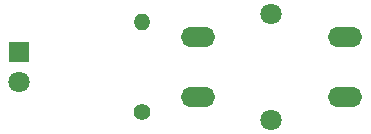
<source format=gbs>
%TF.GenerationSoftware,KiCad,Pcbnew,8.0.4*%
%TF.CreationDate,2024-08-28T21:16:36+02:00*%
%TF.ProjectId,Project1LedTorch,50726f6a-6563-4743-914c-6564546f7263,1*%
%TF.SameCoordinates,Original*%
%TF.FileFunction,Soldermask,Bot*%
%TF.FilePolarity,Negative*%
%FSLAX46Y46*%
G04 Gerber Fmt 4.6, Leading zero omitted, Abs format (unit mm)*
G04 Created by KiCad (PCBNEW 8.0.4) date 2024-08-28 21:16:36*
%MOMM*%
%LPD*%
G01*
G04 APERTURE LIST*
%ADD10C,1.800000*%
%ADD11O,2.900000X1.700000*%
%ADD12C,1.400000*%
%ADD13O,1.400000X1.400000*%
%ADD14R,1.800000X1.800000*%
G04 APERTURE END LIST*
D10*
%TO.C,SW1*%
X142188000Y-93925000D03*
X142188000Y-102925000D03*
D11*
X135938000Y-95925000D03*
X148438000Y-95925000D03*
X135938000Y-100925000D03*
X148438000Y-100925000D03*
%TD*%
D12*
%TO.C,R1*%
X131266000Y-102235000D03*
D13*
X131266000Y-94615000D03*
%TD*%
D14*
%TO.C,D1*%
X120852000Y-97150000D03*
D10*
X120852000Y-99690000D03*
%TD*%
M02*

</source>
